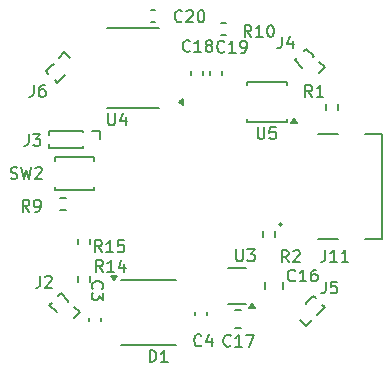
<source format=gbr>
%TF.GenerationSoftware,KiCad,Pcbnew,8.0.0*%
%TF.CreationDate,2024-05-16T17:25:02+03:00*%
%TF.ProjectId,pressure_sensor_logic,70726573-7375-4726-955f-73656e736f72,rev?*%
%TF.SameCoordinates,Original*%
%TF.FileFunction,Legend,Top*%
%TF.FilePolarity,Positive*%
%FSLAX46Y46*%
G04 Gerber Fmt 4.6, Leading zero omitted, Abs format (unit mm)*
G04 Created by KiCad (PCBNEW 8.0.0) date 2024-05-16 17:25:02*
%MOMM*%
%LPD*%
G01*
G04 APERTURE LIST*
%ADD10C,0.200000*%
G04 APERTURE END LIST*
D10*
X166711905Y-94927219D02*
X166711905Y-93927219D01*
X166711905Y-93927219D02*
X166950000Y-93927219D01*
X166950000Y-93927219D02*
X167092857Y-93974838D01*
X167092857Y-93974838D02*
X167188095Y-94070076D01*
X167188095Y-94070076D02*
X167235714Y-94165314D01*
X167235714Y-94165314D02*
X167283333Y-94355790D01*
X167283333Y-94355790D02*
X167283333Y-94498647D01*
X167283333Y-94498647D02*
X167235714Y-94689123D01*
X167235714Y-94689123D02*
X167188095Y-94784361D01*
X167188095Y-94784361D02*
X167092857Y-94879600D01*
X167092857Y-94879600D02*
X166950000Y-94927219D01*
X166950000Y-94927219D02*
X166711905Y-94927219D01*
X168235714Y-94927219D02*
X167664286Y-94927219D01*
X167950000Y-94927219D02*
X167950000Y-93927219D01*
X167950000Y-93927219D02*
X167854762Y-94070076D01*
X167854762Y-94070076D02*
X167759524Y-94165314D01*
X167759524Y-94165314D02*
X167664286Y-94212933D01*
X173057142Y-68631980D02*
X173009523Y-68679600D01*
X173009523Y-68679600D02*
X172866666Y-68727219D01*
X172866666Y-68727219D02*
X172771428Y-68727219D01*
X172771428Y-68727219D02*
X172628571Y-68679600D01*
X172628571Y-68679600D02*
X172533333Y-68584361D01*
X172533333Y-68584361D02*
X172485714Y-68489123D01*
X172485714Y-68489123D02*
X172438095Y-68298647D01*
X172438095Y-68298647D02*
X172438095Y-68155790D01*
X172438095Y-68155790D02*
X172485714Y-67965314D01*
X172485714Y-67965314D02*
X172533333Y-67870076D01*
X172533333Y-67870076D02*
X172628571Y-67774838D01*
X172628571Y-67774838D02*
X172771428Y-67727219D01*
X172771428Y-67727219D02*
X172866666Y-67727219D01*
X172866666Y-67727219D02*
X173009523Y-67774838D01*
X173009523Y-67774838D02*
X173057142Y-67822457D01*
X174009523Y-68727219D02*
X173438095Y-68727219D01*
X173723809Y-68727219D02*
X173723809Y-67727219D01*
X173723809Y-67727219D02*
X173628571Y-67870076D01*
X173628571Y-67870076D02*
X173533333Y-67965314D01*
X173533333Y-67965314D02*
X173438095Y-68012933D01*
X174485714Y-68727219D02*
X174676190Y-68727219D01*
X174676190Y-68727219D02*
X174771428Y-68679600D01*
X174771428Y-68679600D02*
X174819047Y-68631980D01*
X174819047Y-68631980D02*
X174914285Y-68489123D01*
X174914285Y-68489123D02*
X174961904Y-68298647D01*
X174961904Y-68298647D02*
X174961904Y-67917695D01*
X174961904Y-67917695D02*
X174914285Y-67822457D01*
X174914285Y-67822457D02*
X174866666Y-67774838D01*
X174866666Y-67774838D02*
X174771428Y-67727219D01*
X174771428Y-67727219D02*
X174580952Y-67727219D01*
X174580952Y-67727219D02*
X174485714Y-67774838D01*
X174485714Y-67774838D02*
X174438095Y-67822457D01*
X174438095Y-67822457D02*
X174390476Y-67917695D01*
X174390476Y-67917695D02*
X174390476Y-68155790D01*
X174390476Y-68155790D02*
X174438095Y-68251028D01*
X174438095Y-68251028D02*
X174485714Y-68298647D01*
X174485714Y-68298647D02*
X174580952Y-68346266D01*
X174580952Y-68346266D02*
X174771428Y-68346266D01*
X174771428Y-68346266D02*
X174866666Y-68298647D01*
X174866666Y-68298647D02*
X174914285Y-68251028D01*
X174914285Y-68251028D02*
X174961904Y-68155790D01*
X157441666Y-87627219D02*
X157441666Y-88341504D01*
X157441666Y-88341504D02*
X157394047Y-88484361D01*
X157394047Y-88484361D02*
X157298809Y-88579600D01*
X157298809Y-88579600D02*
X157155952Y-88627219D01*
X157155952Y-88627219D02*
X157060714Y-88627219D01*
X157870238Y-87722457D02*
X157917857Y-87674838D01*
X157917857Y-87674838D02*
X158013095Y-87627219D01*
X158013095Y-87627219D02*
X158251190Y-87627219D01*
X158251190Y-87627219D02*
X158346428Y-87674838D01*
X158346428Y-87674838D02*
X158394047Y-87722457D01*
X158394047Y-87722457D02*
X158441666Y-87817695D01*
X158441666Y-87817695D02*
X158441666Y-87912933D01*
X158441666Y-87912933D02*
X158394047Y-88055790D01*
X158394047Y-88055790D02*
X157822619Y-88627219D01*
X157822619Y-88627219D02*
X158441666Y-88627219D01*
X163213095Y-73877219D02*
X163213095Y-74686742D01*
X163213095Y-74686742D02*
X163260714Y-74781980D01*
X163260714Y-74781980D02*
X163308333Y-74829600D01*
X163308333Y-74829600D02*
X163403571Y-74877219D01*
X163403571Y-74877219D02*
X163594047Y-74877219D01*
X163594047Y-74877219D02*
X163689285Y-74829600D01*
X163689285Y-74829600D02*
X163736904Y-74781980D01*
X163736904Y-74781980D02*
X163784523Y-74686742D01*
X163784523Y-74686742D02*
X163784523Y-73877219D01*
X164689285Y-74210552D02*
X164689285Y-74877219D01*
X164451190Y-73829600D02*
X164213095Y-74543885D01*
X164213095Y-74543885D02*
X164832142Y-74543885D01*
X173582142Y-93531980D02*
X173534523Y-93579600D01*
X173534523Y-93579600D02*
X173391666Y-93627219D01*
X173391666Y-93627219D02*
X173296428Y-93627219D01*
X173296428Y-93627219D02*
X173153571Y-93579600D01*
X173153571Y-93579600D02*
X173058333Y-93484361D01*
X173058333Y-93484361D02*
X173010714Y-93389123D01*
X173010714Y-93389123D02*
X172963095Y-93198647D01*
X172963095Y-93198647D02*
X172963095Y-93055790D01*
X172963095Y-93055790D02*
X173010714Y-92865314D01*
X173010714Y-92865314D02*
X173058333Y-92770076D01*
X173058333Y-92770076D02*
X173153571Y-92674838D01*
X173153571Y-92674838D02*
X173296428Y-92627219D01*
X173296428Y-92627219D02*
X173391666Y-92627219D01*
X173391666Y-92627219D02*
X173534523Y-92674838D01*
X173534523Y-92674838D02*
X173582142Y-92722457D01*
X174534523Y-93627219D02*
X173963095Y-93627219D01*
X174248809Y-93627219D02*
X174248809Y-92627219D01*
X174248809Y-92627219D02*
X174153571Y-92770076D01*
X174153571Y-92770076D02*
X174058333Y-92865314D01*
X174058333Y-92865314D02*
X173963095Y-92912933D01*
X174867857Y-92627219D02*
X175534523Y-92627219D01*
X175534523Y-92627219D02*
X175105952Y-93627219D01*
X174038095Y-85402219D02*
X174038095Y-86211742D01*
X174038095Y-86211742D02*
X174085714Y-86306980D01*
X174085714Y-86306980D02*
X174133333Y-86354600D01*
X174133333Y-86354600D02*
X174228571Y-86402219D01*
X174228571Y-86402219D02*
X174419047Y-86402219D01*
X174419047Y-86402219D02*
X174514285Y-86354600D01*
X174514285Y-86354600D02*
X174561904Y-86306980D01*
X174561904Y-86306980D02*
X174609523Y-86211742D01*
X174609523Y-86211742D02*
X174609523Y-85402219D01*
X174990476Y-85402219D02*
X175609523Y-85402219D01*
X175609523Y-85402219D02*
X175276190Y-85783171D01*
X175276190Y-85783171D02*
X175419047Y-85783171D01*
X175419047Y-85783171D02*
X175514285Y-85830790D01*
X175514285Y-85830790D02*
X175561904Y-85878409D01*
X175561904Y-85878409D02*
X175609523Y-85973647D01*
X175609523Y-85973647D02*
X175609523Y-86211742D01*
X175609523Y-86211742D02*
X175561904Y-86306980D01*
X175561904Y-86306980D02*
X175514285Y-86354600D01*
X175514285Y-86354600D02*
X175419047Y-86402219D01*
X175419047Y-86402219D02*
X175133333Y-86402219D01*
X175133333Y-86402219D02*
X175038095Y-86354600D01*
X175038095Y-86354600D02*
X174990476Y-86306980D01*
X177916666Y-67377218D02*
X177916666Y-68091503D01*
X177916666Y-68091503D02*
X177869047Y-68234360D01*
X177869047Y-68234360D02*
X177773809Y-68329599D01*
X177773809Y-68329599D02*
X177630952Y-68377218D01*
X177630952Y-68377218D02*
X177535714Y-68377218D01*
X178821428Y-67710551D02*
X178821428Y-68377218D01*
X178583333Y-67329599D02*
X178345238Y-68043884D01*
X178345238Y-68043884D02*
X178964285Y-68043884D01*
X171108333Y-93506980D02*
X171060714Y-93554600D01*
X171060714Y-93554600D02*
X170917857Y-93602219D01*
X170917857Y-93602219D02*
X170822619Y-93602219D01*
X170822619Y-93602219D02*
X170679762Y-93554600D01*
X170679762Y-93554600D02*
X170584524Y-93459361D01*
X170584524Y-93459361D02*
X170536905Y-93364123D01*
X170536905Y-93364123D02*
X170489286Y-93173647D01*
X170489286Y-93173647D02*
X170489286Y-93030790D01*
X170489286Y-93030790D02*
X170536905Y-92840314D01*
X170536905Y-92840314D02*
X170584524Y-92745076D01*
X170584524Y-92745076D02*
X170679762Y-92649838D01*
X170679762Y-92649838D02*
X170822619Y-92602219D01*
X170822619Y-92602219D02*
X170917857Y-92602219D01*
X170917857Y-92602219D02*
X171060714Y-92649838D01*
X171060714Y-92649838D02*
X171108333Y-92697457D01*
X171965476Y-92935552D02*
X171965476Y-93602219D01*
X171727381Y-92554600D02*
X171489286Y-93268885D01*
X171489286Y-93268885D02*
X172108333Y-93268885D01*
X156466666Y-75627219D02*
X156466666Y-76341504D01*
X156466666Y-76341504D02*
X156419047Y-76484361D01*
X156419047Y-76484361D02*
X156323809Y-76579600D01*
X156323809Y-76579600D02*
X156180952Y-76627219D01*
X156180952Y-76627219D02*
X156085714Y-76627219D01*
X156847619Y-75627219D02*
X157466666Y-75627219D01*
X157466666Y-75627219D02*
X157133333Y-76008171D01*
X157133333Y-76008171D02*
X157276190Y-76008171D01*
X157276190Y-76008171D02*
X157371428Y-76055790D01*
X157371428Y-76055790D02*
X157419047Y-76103409D01*
X157419047Y-76103409D02*
X157466666Y-76198647D01*
X157466666Y-76198647D02*
X157466666Y-76436742D01*
X157466666Y-76436742D02*
X157419047Y-76531980D01*
X157419047Y-76531980D02*
X157371428Y-76579600D01*
X157371428Y-76579600D02*
X157276190Y-76627219D01*
X157276190Y-76627219D02*
X156990476Y-76627219D01*
X156990476Y-76627219D02*
X156895238Y-76579600D01*
X156895238Y-76579600D02*
X156847619Y-76531980D01*
X179032142Y-88006980D02*
X178984523Y-88054600D01*
X178984523Y-88054600D02*
X178841666Y-88102219D01*
X178841666Y-88102219D02*
X178746428Y-88102219D01*
X178746428Y-88102219D02*
X178603571Y-88054600D01*
X178603571Y-88054600D02*
X178508333Y-87959361D01*
X178508333Y-87959361D02*
X178460714Y-87864123D01*
X178460714Y-87864123D02*
X178413095Y-87673647D01*
X178413095Y-87673647D02*
X178413095Y-87530790D01*
X178413095Y-87530790D02*
X178460714Y-87340314D01*
X178460714Y-87340314D02*
X178508333Y-87245076D01*
X178508333Y-87245076D02*
X178603571Y-87149838D01*
X178603571Y-87149838D02*
X178746428Y-87102219D01*
X178746428Y-87102219D02*
X178841666Y-87102219D01*
X178841666Y-87102219D02*
X178984523Y-87149838D01*
X178984523Y-87149838D02*
X179032142Y-87197457D01*
X179984523Y-88102219D02*
X179413095Y-88102219D01*
X179698809Y-88102219D02*
X179698809Y-87102219D01*
X179698809Y-87102219D02*
X179603571Y-87245076D01*
X179603571Y-87245076D02*
X179508333Y-87340314D01*
X179508333Y-87340314D02*
X179413095Y-87387933D01*
X180841666Y-87102219D02*
X180651190Y-87102219D01*
X180651190Y-87102219D02*
X180555952Y-87149838D01*
X180555952Y-87149838D02*
X180508333Y-87197457D01*
X180508333Y-87197457D02*
X180413095Y-87340314D01*
X180413095Y-87340314D02*
X180365476Y-87530790D01*
X180365476Y-87530790D02*
X180365476Y-87911742D01*
X180365476Y-87911742D02*
X180413095Y-88006980D01*
X180413095Y-88006980D02*
X180460714Y-88054600D01*
X180460714Y-88054600D02*
X180555952Y-88102219D01*
X180555952Y-88102219D02*
X180746428Y-88102219D01*
X180746428Y-88102219D02*
X180841666Y-88054600D01*
X180841666Y-88054600D02*
X180889285Y-88006980D01*
X180889285Y-88006980D02*
X180936904Y-87911742D01*
X180936904Y-87911742D02*
X180936904Y-87673647D01*
X180936904Y-87673647D02*
X180889285Y-87578409D01*
X180889285Y-87578409D02*
X180841666Y-87530790D01*
X180841666Y-87530790D02*
X180746428Y-87483171D01*
X180746428Y-87483171D02*
X180555952Y-87483171D01*
X180555952Y-87483171D02*
X180460714Y-87530790D01*
X180460714Y-87530790D02*
X180413095Y-87578409D01*
X180413095Y-87578409D02*
X180365476Y-87673647D01*
X162757142Y-87302219D02*
X162423809Y-86826028D01*
X162185714Y-87302219D02*
X162185714Y-86302219D01*
X162185714Y-86302219D02*
X162566666Y-86302219D01*
X162566666Y-86302219D02*
X162661904Y-86349838D01*
X162661904Y-86349838D02*
X162709523Y-86397457D01*
X162709523Y-86397457D02*
X162757142Y-86492695D01*
X162757142Y-86492695D02*
X162757142Y-86635552D01*
X162757142Y-86635552D02*
X162709523Y-86730790D01*
X162709523Y-86730790D02*
X162661904Y-86778409D01*
X162661904Y-86778409D02*
X162566666Y-86826028D01*
X162566666Y-86826028D02*
X162185714Y-86826028D01*
X163709523Y-87302219D02*
X163138095Y-87302219D01*
X163423809Y-87302219D02*
X163423809Y-86302219D01*
X163423809Y-86302219D02*
X163328571Y-86445076D01*
X163328571Y-86445076D02*
X163233333Y-86540314D01*
X163233333Y-86540314D02*
X163138095Y-86587933D01*
X164566666Y-86635552D02*
X164566666Y-87302219D01*
X164328571Y-86254600D02*
X164090476Y-86968885D01*
X164090476Y-86968885D02*
X164709523Y-86968885D01*
X156533333Y-82202219D02*
X156200000Y-81726028D01*
X155961905Y-82202219D02*
X155961905Y-81202219D01*
X155961905Y-81202219D02*
X156342857Y-81202219D01*
X156342857Y-81202219D02*
X156438095Y-81249838D01*
X156438095Y-81249838D02*
X156485714Y-81297457D01*
X156485714Y-81297457D02*
X156533333Y-81392695D01*
X156533333Y-81392695D02*
X156533333Y-81535552D01*
X156533333Y-81535552D02*
X156485714Y-81630790D01*
X156485714Y-81630790D02*
X156438095Y-81678409D01*
X156438095Y-81678409D02*
X156342857Y-81726028D01*
X156342857Y-81726028D02*
X155961905Y-81726028D01*
X157009524Y-82202219D02*
X157200000Y-82202219D01*
X157200000Y-82202219D02*
X157295238Y-82154600D01*
X157295238Y-82154600D02*
X157342857Y-82106980D01*
X157342857Y-82106980D02*
X157438095Y-81964123D01*
X157438095Y-81964123D02*
X157485714Y-81773647D01*
X157485714Y-81773647D02*
X157485714Y-81392695D01*
X157485714Y-81392695D02*
X157438095Y-81297457D01*
X157438095Y-81297457D02*
X157390476Y-81249838D01*
X157390476Y-81249838D02*
X157295238Y-81202219D01*
X157295238Y-81202219D02*
X157104762Y-81202219D01*
X157104762Y-81202219D02*
X157009524Y-81249838D01*
X157009524Y-81249838D02*
X156961905Y-81297457D01*
X156961905Y-81297457D02*
X156914286Y-81392695D01*
X156914286Y-81392695D02*
X156914286Y-81630790D01*
X156914286Y-81630790D02*
X156961905Y-81726028D01*
X156961905Y-81726028D02*
X157009524Y-81773647D01*
X157009524Y-81773647D02*
X157104762Y-81821266D01*
X157104762Y-81821266D02*
X157295238Y-81821266D01*
X157295238Y-81821266D02*
X157390476Y-81773647D01*
X157390476Y-81773647D02*
X157438095Y-81726028D01*
X157438095Y-81726028D02*
X157485714Y-81630790D01*
X161893019Y-88733333D02*
X161845400Y-88685714D01*
X161845400Y-88685714D02*
X161797780Y-88542857D01*
X161797780Y-88542857D02*
X161797780Y-88447619D01*
X161797780Y-88447619D02*
X161845400Y-88304762D01*
X161845400Y-88304762D02*
X161940638Y-88209524D01*
X161940638Y-88209524D02*
X162035876Y-88161905D01*
X162035876Y-88161905D02*
X162226352Y-88114286D01*
X162226352Y-88114286D02*
X162369209Y-88114286D01*
X162369209Y-88114286D02*
X162559685Y-88161905D01*
X162559685Y-88161905D02*
X162654923Y-88209524D01*
X162654923Y-88209524D02*
X162750161Y-88304762D01*
X162750161Y-88304762D02*
X162797780Y-88447619D01*
X162797780Y-88447619D02*
X162797780Y-88542857D01*
X162797780Y-88542857D02*
X162750161Y-88685714D01*
X162750161Y-88685714D02*
X162702542Y-88733333D01*
X162797780Y-89066667D02*
X162797780Y-89685714D01*
X162797780Y-89685714D02*
X162416828Y-89352381D01*
X162416828Y-89352381D02*
X162416828Y-89495238D01*
X162416828Y-89495238D02*
X162369209Y-89590476D01*
X162369209Y-89590476D02*
X162321590Y-89638095D01*
X162321590Y-89638095D02*
X162226352Y-89685714D01*
X162226352Y-89685714D02*
X161988257Y-89685714D01*
X161988257Y-89685714D02*
X161893019Y-89638095D01*
X161893019Y-89638095D02*
X161845400Y-89590476D01*
X161845400Y-89590476D02*
X161797780Y-89495238D01*
X161797780Y-89495238D02*
X161797780Y-89209524D01*
X161797780Y-89209524D02*
X161845400Y-89114286D01*
X161845400Y-89114286D02*
X161893019Y-89066667D01*
X180483333Y-72477219D02*
X180150000Y-72001028D01*
X179911905Y-72477219D02*
X179911905Y-71477219D01*
X179911905Y-71477219D02*
X180292857Y-71477219D01*
X180292857Y-71477219D02*
X180388095Y-71524838D01*
X180388095Y-71524838D02*
X180435714Y-71572457D01*
X180435714Y-71572457D02*
X180483333Y-71667695D01*
X180483333Y-71667695D02*
X180483333Y-71810552D01*
X180483333Y-71810552D02*
X180435714Y-71905790D01*
X180435714Y-71905790D02*
X180388095Y-71953409D01*
X180388095Y-71953409D02*
X180292857Y-72001028D01*
X180292857Y-72001028D02*
X179911905Y-72001028D01*
X181435714Y-72477219D02*
X180864286Y-72477219D01*
X181150000Y-72477219D02*
X181150000Y-71477219D01*
X181150000Y-71477219D02*
X181054762Y-71620076D01*
X181054762Y-71620076D02*
X180959524Y-71715314D01*
X180959524Y-71715314D02*
X180864286Y-71762933D01*
X175863095Y-75052219D02*
X175863095Y-75861742D01*
X175863095Y-75861742D02*
X175910714Y-75956980D01*
X175910714Y-75956980D02*
X175958333Y-76004600D01*
X175958333Y-76004600D02*
X176053571Y-76052219D01*
X176053571Y-76052219D02*
X176244047Y-76052219D01*
X176244047Y-76052219D02*
X176339285Y-76004600D01*
X176339285Y-76004600D02*
X176386904Y-75956980D01*
X176386904Y-75956980D02*
X176434523Y-75861742D01*
X176434523Y-75861742D02*
X176434523Y-75052219D01*
X177386904Y-75052219D02*
X176910714Y-75052219D01*
X176910714Y-75052219D02*
X176863095Y-75528409D01*
X176863095Y-75528409D02*
X176910714Y-75480790D01*
X176910714Y-75480790D02*
X177005952Y-75433171D01*
X177005952Y-75433171D02*
X177244047Y-75433171D01*
X177244047Y-75433171D02*
X177339285Y-75480790D01*
X177339285Y-75480790D02*
X177386904Y-75528409D01*
X177386904Y-75528409D02*
X177434523Y-75623647D01*
X177434523Y-75623647D02*
X177434523Y-75861742D01*
X177434523Y-75861742D02*
X177386904Y-75956980D01*
X177386904Y-75956980D02*
X177339285Y-76004600D01*
X177339285Y-76004600D02*
X177244047Y-76052219D01*
X177244047Y-76052219D02*
X177005952Y-76052219D01*
X177005952Y-76052219D02*
X176910714Y-76004600D01*
X176910714Y-76004600D02*
X176863095Y-75956980D01*
X154941667Y-79379600D02*
X155084524Y-79427219D01*
X155084524Y-79427219D02*
X155322619Y-79427219D01*
X155322619Y-79427219D02*
X155417857Y-79379600D01*
X155417857Y-79379600D02*
X155465476Y-79331980D01*
X155465476Y-79331980D02*
X155513095Y-79236742D01*
X155513095Y-79236742D02*
X155513095Y-79141504D01*
X155513095Y-79141504D02*
X155465476Y-79046266D01*
X155465476Y-79046266D02*
X155417857Y-78998647D01*
X155417857Y-78998647D02*
X155322619Y-78951028D01*
X155322619Y-78951028D02*
X155132143Y-78903409D01*
X155132143Y-78903409D02*
X155036905Y-78855790D01*
X155036905Y-78855790D02*
X154989286Y-78808171D01*
X154989286Y-78808171D02*
X154941667Y-78712933D01*
X154941667Y-78712933D02*
X154941667Y-78617695D01*
X154941667Y-78617695D02*
X154989286Y-78522457D01*
X154989286Y-78522457D02*
X155036905Y-78474838D01*
X155036905Y-78474838D02*
X155132143Y-78427219D01*
X155132143Y-78427219D02*
X155370238Y-78427219D01*
X155370238Y-78427219D02*
X155513095Y-78474838D01*
X155846429Y-78427219D02*
X156084524Y-79427219D01*
X156084524Y-79427219D02*
X156275000Y-78712933D01*
X156275000Y-78712933D02*
X156465476Y-79427219D01*
X156465476Y-79427219D02*
X156703572Y-78427219D01*
X157036905Y-78522457D02*
X157084524Y-78474838D01*
X157084524Y-78474838D02*
X157179762Y-78427219D01*
X157179762Y-78427219D02*
X157417857Y-78427219D01*
X157417857Y-78427219D02*
X157513095Y-78474838D01*
X157513095Y-78474838D02*
X157560714Y-78522457D01*
X157560714Y-78522457D02*
X157608333Y-78617695D01*
X157608333Y-78617695D02*
X157608333Y-78712933D01*
X157608333Y-78712933D02*
X157560714Y-78855790D01*
X157560714Y-78855790D02*
X156989286Y-79427219D01*
X156989286Y-79427219D02*
X157608333Y-79427219D01*
X162682142Y-85627219D02*
X162348809Y-85151028D01*
X162110714Y-85627219D02*
X162110714Y-84627219D01*
X162110714Y-84627219D02*
X162491666Y-84627219D01*
X162491666Y-84627219D02*
X162586904Y-84674838D01*
X162586904Y-84674838D02*
X162634523Y-84722457D01*
X162634523Y-84722457D02*
X162682142Y-84817695D01*
X162682142Y-84817695D02*
X162682142Y-84960552D01*
X162682142Y-84960552D02*
X162634523Y-85055790D01*
X162634523Y-85055790D02*
X162586904Y-85103409D01*
X162586904Y-85103409D02*
X162491666Y-85151028D01*
X162491666Y-85151028D02*
X162110714Y-85151028D01*
X163634523Y-85627219D02*
X163063095Y-85627219D01*
X163348809Y-85627219D02*
X163348809Y-84627219D01*
X163348809Y-84627219D02*
X163253571Y-84770076D01*
X163253571Y-84770076D02*
X163158333Y-84865314D01*
X163158333Y-84865314D02*
X163063095Y-84912933D01*
X164539285Y-84627219D02*
X164063095Y-84627219D01*
X164063095Y-84627219D02*
X164015476Y-85103409D01*
X164015476Y-85103409D02*
X164063095Y-85055790D01*
X164063095Y-85055790D02*
X164158333Y-85008171D01*
X164158333Y-85008171D02*
X164396428Y-85008171D01*
X164396428Y-85008171D02*
X164491666Y-85055790D01*
X164491666Y-85055790D02*
X164539285Y-85103409D01*
X164539285Y-85103409D02*
X164586904Y-85198647D01*
X164586904Y-85198647D02*
X164586904Y-85436742D01*
X164586904Y-85436742D02*
X164539285Y-85531980D01*
X164539285Y-85531980D02*
X164491666Y-85579600D01*
X164491666Y-85579600D02*
X164396428Y-85627219D01*
X164396428Y-85627219D02*
X164158333Y-85627219D01*
X164158333Y-85627219D02*
X164063095Y-85579600D01*
X164063095Y-85579600D02*
X164015476Y-85531980D01*
X169457142Y-66056980D02*
X169409523Y-66104600D01*
X169409523Y-66104600D02*
X169266666Y-66152219D01*
X169266666Y-66152219D02*
X169171428Y-66152219D01*
X169171428Y-66152219D02*
X169028571Y-66104600D01*
X169028571Y-66104600D02*
X168933333Y-66009361D01*
X168933333Y-66009361D02*
X168885714Y-65914123D01*
X168885714Y-65914123D02*
X168838095Y-65723647D01*
X168838095Y-65723647D02*
X168838095Y-65580790D01*
X168838095Y-65580790D02*
X168885714Y-65390314D01*
X168885714Y-65390314D02*
X168933333Y-65295076D01*
X168933333Y-65295076D02*
X169028571Y-65199838D01*
X169028571Y-65199838D02*
X169171428Y-65152219D01*
X169171428Y-65152219D02*
X169266666Y-65152219D01*
X169266666Y-65152219D02*
X169409523Y-65199838D01*
X169409523Y-65199838D02*
X169457142Y-65247457D01*
X169838095Y-65247457D02*
X169885714Y-65199838D01*
X169885714Y-65199838D02*
X169980952Y-65152219D01*
X169980952Y-65152219D02*
X170219047Y-65152219D01*
X170219047Y-65152219D02*
X170314285Y-65199838D01*
X170314285Y-65199838D02*
X170361904Y-65247457D01*
X170361904Y-65247457D02*
X170409523Y-65342695D01*
X170409523Y-65342695D02*
X170409523Y-65437933D01*
X170409523Y-65437933D02*
X170361904Y-65580790D01*
X170361904Y-65580790D02*
X169790476Y-66152219D01*
X169790476Y-66152219D02*
X170409523Y-66152219D01*
X171028571Y-65152219D02*
X171123809Y-65152219D01*
X171123809Y-65152219D02*
X171219047Y-65199838D01*
X171219047Y-65199838D02*
X171266666Y-65247457D01*
X171266666Y-65247457D02*
X171314285Y-65342695D01*
X171314285Y-65342695D02*
X171361904Y-65533171D01*
X171361904Y-65533171D02*
X171361904Y-65771266D01*
X171361904Y-65771266D02*
X171314285Y-65961742D01*
X171314285Y-65961742D02*
X171266666Y-66056980D01*
X171266666Y-66056980D02*
X171219047Y-66104600D01*
X171219047Y-66104600D02*
X171123809Y-66152219D01*
X171123809Y-66152219D02*
X171028571Y-66152219D01*
X171028571Y-66152219D02*
X170933333Y-66104600D01*
X170933333Y-66104600D02*
X170885714Y-66056980D01*
X170885714Y-66056980D02*
X170838095Y-65961742D01*
X170838095Y-65961742D02*
X170790476Y-65771266D01*
X170790476Y-65771266D02*
X170790476Y-65533171D01*
X170790476Y-65533171D02*
X170838095Y-65342695D01*
X170838095Y-65342695D02*
X170885714Y-65247457D01*
X170885714Y-65247457D02*
X170933333Y-65199838D01*
X170933333Y-65199838D02*
X171028571Y-65152219D01*
X156916666Y-71477219D02*
X156916666Y-72191504D01*
X156916666Y-72191504D02*
X156869047Y-72334361D01*
X156869047Y-72334361D02*
X156773809Y-72429600D01*
X156773809Y-72429600D02*
X156630952Y-72477219D01*
X156630952Y-72477219D02*
X156535714Y-72477219D01*
X157821428Y-71477219D02*
X157630952Y-71477219D01*
X157630952Y-71477219D02*
X157535714Y-71524838D01*
X157535714Y-71524838D02*
X157488095Y-71572457D01*
X157488095Y-71572457D02*
X157392857Y-71715314D01*
X157392857Y-71715314D02*
X157345238Y-71905790D01*
X157345238Y-71905790D02*
X157345238Y-72286742D01*
X157345238Y-72286742D02*
X157392857Y-72381980D01*
X157392857Y-72381980D02*
X157440476Y-72429600D01*
X157440476Y-72429600D02*
X157535714Y-72477219D01*
X157535714Y-72477219D02*
X157726190Y-72477219D01*
X157726190Y-72477219D02*
X157821428Y-72429600D01*
X157821428Y-72429600D02*
X157869047Y-72381980D01*
X157869047Y-72381980D02*
X157916666Y-72286742D01*
X157916666Y-72286742D02*
X157916666Y-72048647D01*
X157916666Y-72048647D02*
X157869047Y-71953409D01*
X157869047Y-71953409D02*
X157821428Y-71905790D01*
X157821428Y-71905790D02*
X157726190Y-71858171D01*
X157726190Y-71858171D02*
X157535714Y-71858171D01*
X157535714Y-71858171D02*
X157440476Y-71905790D01*
X157440476Y-71905790D02*
X157392857Y-71953409D01*
X157392857Y-71953409D02*
X157345238Y-72048647D01*
X170132142Y-68581980D02*
X170084523Y-68629600D01*
X170084523Y-68629600D02*
X169941666Y-68677219D01*
X169941666Y-68677219D02*
X169846428Y-68677219D01*
X169846428Y-68677219D02*
X169703571Y-68629600D01*
X169703571Y-68629600D02*
X169608333Y-68534361D01*
X169608333Y-68534361D02*
X169560714Y-68439123D01*
X169560714Y-68439123D02*
X169513095Y-68248647D01*
X169513095Y-68248647D02*
X169513095Y-68105790D01*
X169513095Y-68105790D02*
X169560714Y-67915314D01*
X169560714Y-67915314D02*
X169608333Y-67820076D01*
X169608333Y-67820076D02*
X169703571Y-67724838D01*
X169703571Y-67724838D02*
X169846428Y-67677219D01*
X169846428Y-67677219D02*
X169941666Y-67677219D01*
X169941666Y-67677219D02*
X170084523Y-67724838D01*
X170084523Y-67724838D02*
X170132142Y-67772457D01*
X171084523Y-68677219D02*
X170513095Y-68677219D01*
X170798809Y-68677219D02*
X170798809Y-67677219D01*
X170798809Y-67677219D02*
X170703571Y-67820076D01*
X170703571Y-67820076D02*
X170608333Y-67915314D01*
X170608333Y-67915314D02*
X170513095Y-67962933D01*
X171655952Y-68105790D02*
X171560714Y-68058171D01*
X171560714Y-68058171D02*
X171513095Y-68010552D01*
X171513095Y-68010552D02*
X171465476Y-67915314D01*
X171465476Y-67915314D02*
X171465476Y-67867695D01*
X171465476Y-67867695D02*
X171513095Y-67772457D01*
X171513095Y-67772457D02*
X171560714Y-67724838D01*
X171560714Y-67724838D02*
X171655952Y-67677219D01*
X171655952Y-67677219D02*
X171846428Y-67677219D01*
X171846428Y-67677219D02*
X171941666Y-67724838D01*
X171941666Y-67724838D02*
X171989285Y-67772457D01*
X171989285Y-67772457D02*
X172036904Y-67867695D01*
X172036904Y-67867695D02*
X172036904Y-67915314D01*
X172036904Y-67915314D02*
X171989285Y-68010552D01*
X171989285Y-68010552D02*
X171941666Y-68058171D01*
X171941666Y-68058171D02*
X171846428Y-68105790D01*
X171846428Y-68105790D02*
X171655952Y-68105790D01*
X171655952Y-68105790D02*
X171560714Y-68153409D01*
X171560714Y-68153409D02*
X171513095Y-68201028D01*
X171513095Y-68201028D02*
X171465476Y-68296266D01*
X171465476Y-68296266D02*
X171465476Y-68486742D01*
X171465476Y-68486742D02*
X171513095Y-68581980D01*
X171513095Y-68581980D02*
X171560714Y-68629600D01*
X171560714Y-68629600D02*
X171655952Y-68677219D01*
X171655952Y-68677219D02*
X171846428Y-68677219D01*
X171846428Y-68677219D02*
X171941666Y-68629600D01*
X171941666Y-68629600D02*
X171989285Y-68581980D01*
X171989285Y-68581980D02*
X172036904Y-68486742D01*
X172036904Y-68486742D02*
X172036904Y-68296266D01*
X172036904Y-68296266D02*
X171989285Y-68201028D01*
X171989285Y-68201028D02*
X171941666Y-68153409D01*
X171941666Y-68153409D02*
X171846428Y-68105790D01*
X181616666Y-88127219D02*
X181616666Y-88841504D01*
X181616666Y-88841504D02*
X181569047Y-88984361D01*
X181569047Y-88984361D02*
X181473809Y-89079600D01*
X181473809Y-89079600D02*
X181330952Y-89127219D01*
X181330952Y-89127219D02*
X181235714Y-89127219D01*
X182569047Y-88127219D02*
X182092857Y-88127219D01*
X182092857Y-88127219D02*
X182045238Y-88603409D01*
X182045238Y-88603409D02*
X182092857Y-88555790D01*
X182092857Y-88555790D02*
X182188095Y-88508171D01*
X182188095Y-88508171D02*
X182426190Y-88508171D01*
X182426190Y-88508171D02*
X182521428Y-88555790D01*
X182521428Y-88555790D02*
X182569047Y-88603409D01*
X182569047Y-88603409D02*
X182616666Y-88698647D01*
X182616666Y-88698647D02*
X182616666Y-88936742D01*
X182616666Y-88936742D02*
X182569047Y-89031980D01*
X182569047Y-89031980D02*
X182521428Y-89079600D01*
X182521428Y-89079600D02*
X182426190Y-89127219D01*
X182426190Y-89127219D02*
X182188095Y-89127219D01*
X182188095Y-89127219D02*
X182092857Y-89079600D01*
X182092857Y-89079600D02*
X182045238Y-89031980D01*
X181590476Y-85427219D02*
X181590476Y-86141504D01*
X181590476Y-86141504D02*
X181542857Y-86284361D01*
X181542857Y-86284361D02*
X181447619Y-86379600D01*
X181447619Y-86379600D02*
X181304762Y-86427219D01*
X181304762Y-86427219D02*
X181209524Y-86427219D01*
X182590476Y-86427219D02*
X182019048Y-86427219D01*
X182304762Y-86427219D02*
X182304762Y-85427219D01*
X182304762Y-85427219D02*
X182209524Y-85570076D01*
X182209524Y-85570076D02*
X182114286Y-85665314D01*
X182114286Y-85665314D02*
X182019048Y-85712933D01*
X183542857Y-86427219D02*
X182971429Y-86427219D01*
X183257143Y-86427219D02*
X183257143Y-85427219D01*
X183257143Y-85427219D02*
X183161905Y-85570076D01*
X183161905Y-85570076D02*
X183066667Y-85665314D01*
X183066667Y-85665314D02*
X182971429Y-85712933D01*
X178483333Y-86477219D02*
X178150000Y-86001028D01*
X177911905Y-86477219D02*
X177911905Y-85477219D01*
X177911905Y-85477219D02*
X178292857Y-85477219D01*
X178292857Y-85477219D02*
X178388095Y-85524838D01*
X178388095Y-85524838D02*
X178435714Y-85572457D01*
X178435714Y-85572457D02*
X178483333Y-85667695D01*
X178483333Y-85667695D02*
X178483333Y-85810552D01*
X178483333Y-85810552D02*
X178435714Y-85905790D01*
X178435714Y-85905790D02*
X178388095Y-85953409D01*
X178388095Y-85953409D02*
X178292857Y-86001028D01*
X178292857Y-86001028D02*
X177911905Y-86001028D01*
X178864286Y-85572457D02*
X178911905Y-85524838D01*
X178911905Y-85524838D02*
X179007143Y-85477219D01*
X179007143Y-85477219D02*
X179245238Y-85477219D01*
X179245238Y-85477219D02*
X179340476Y-85524838D01*
X179340476Y-85524838D02*
X179388095Y-85572457D01*
X179388095Y-85572457D02*
X179435714Y-85667695D01*
X179435714Y-85667695D02*
X179435714Y-85762933D01*
X179435714Y-85762933D02*
X179388095Y-85905790D01*
X179388095Y-85905790D02*
X178816667Y-86477219D01*
X178816667Y-86477219D02*
X179435714Y-86477219D01*
X175332142Y-67402219D02*
X174998809Y-66926028D01*
X174760714Y-67402219D02*
X174760714Y-66402219D01*
X174760714Y-66402219D02*
X175141666Y-66402219D01*
X175141666Y-66402219D02*
X175236904Y-66449838D01*
X175236904Y-66449838D02*
X175284523Y-66497457D01*
X175284523Y-66497457D02*
X175332142Y-66592695D01*
X175332142Y-66592695D02*
X175332142Y-66735552D01*
X175332142Y-66735552D02*
X175284523Y-66830790D01*
X175284523Y-66830790D02*
X175236904Y-66878409D01*
X175236904Y-66878409D02*
X175141666Y-66926028D01*
X175141666Y-66926028D02*
X174760714Y-66926028D01*
X176284523Y-67402219D02*
X175713095Y-67402219D01*
X175998809Y-67402219D02*
X175998809Y-66402219D01*
X175998809Y-66402219D02*
X175903571Y-66545076D01*
X175903571Y-66545076D02*
X175808333Y-66640314D01*
X175808333Y-66640314D02*
X175713095Y-66687933D01*
X176903571Y-66402219D02*
X176998809Y-66402219D01*
X176998809Y-66402219D02*
X177094047Y-66449838D01*
X177094047Y-66449838D02*
X177141666Y-66497457D01*
X177141666Y-66497457D02*
X177189285Y-66592695D01*
X177189285Y-66592695D02*
X177236904Y-66783171D01*
X177236904Y-66783171D02*
X177236904Y-67021266D01*
X177236904Y-67021266D02*
X177189285Y-67211742D01*
X177189285Y-67211742D02*
X177141666Y-67306980D01*
X177141666Y-67306980D02*
X177094047Y-67354600D01*
X177094047Y-67354600D02*
X176998809Y-67402219D01*
X176998809Y-67402219D02*
X176903571Y-67402219D01*
X176903571Y-67402219D02*
X176808333Y-67354600D01*
X176808333Y-67354600D02*
X176760714Y-67306980D01*
X176760714Y-67306980D02*
X176713095Y-67211742D01*
X176713095Y-67211742D02*
X176665476Y-67021266D01*
X176665476Y-67021266D02*
X176665476Y-66783171D01*
X176665476Y-66783171D02*
X176713095Y-66592695D01*
X176713095Y-66592695D02*
X176760714Y-66497457D01*
X176760714Y-66497457D02*
X176808333Y-66449838D01*
X176808333Y-66449838D02*
X176903571Y-66402219D01*
%TO.C,D1*%
X164275002Y-88000002D02*
X168925000Y-88000004D01*
X164275004Y-93450000D02*
X168925002Y-93450002D01*
X163940002Y-87645003D02*
X163700002Y-87975002D01*
X163460002Y-87645002D01*
X163940002Y-87645003D01*
G36*
X163940002Y-87645003D02*
G01*
X163700002Y-87975002D01*
X163460002Y-87645002D01*
X163940002Y-87645003D01*
G37*
%TO.C,C19*%
X171840001Y-70615580D02*
X171840000Y-70334418D01*
X172860000Y-70615580D02*
X172859999Y-70334418D01*
%TO.C,J2*%
X158442966Y-89900864D02*
X158230475Y-90113352D01*
X158849193Y-90732070D02*
X158230475Y-90113352D01*
X158910513Y-90670749D02*
X158849193Y-90732070D01*
X159213354Y-89130474D02*
X159000862Y-89342965D01*
X159832073Y-89749195D02*
X159213354Y-89130474D01*
X159832073Y-89749195D02*
X159770747Y-89810512D01*
X160316439Y-90233561D02*
X160800807Y-90717930D01*
X160800807Y-90717930D02*
X160309368Y-91209368D01*
%TO.C,U4*%
X165337499Y-73384998D02*
X163137499Y-73384997D01*
X165337499Y-73384998D02*
X167537502Y-73385001D01*
X165337501Y-66615002D02*
X163137498Y-66614999D01*
X165337501Y-66615002D02*
X167537501Y-66615003D01*
X169527500Y-73165000D02*
X169197498Y-72925003D01*
X169527500Y-72685001D01*
X169527500Y-73165000D01*
G36*
X169527500Y-73165000D02*
G01*
X169197498Y-72925003D01*
X169527500Y-72685001D01*
X169527500Y-73165000D01*
G37*
%TO.C,C17*%
X173938747Y-90565006D02*
X174461255Y-90565006D01*
X173938747Y-92034998D02*
X174461255Y-92034998D01*
%TO.C,U3*%
X174112498Y-86940003D02*
X173312498Y-86940003D01*
X174112498Y-86940003D02*
X174912498Y-86940003D01*
X174112498Y-90060003D02*
X173312498Y-90060003D01*
X174112498Y-90060003D02*
X174912498Y-90060003D01*
X175652498Y-90340003D02*
X175172497Y-90340005D01*
X175412499Y-90010000D01*
X175652498Y-90340003D01*
G36*
X175652498Y-90340003D02*
G01*
X175172497Y-90340005D01*
X175412499Y-90010000D01*
X175652498Y-90340003D01*
G37*
%TO.C,J4*%
X179217966Y-69175865D02*
X179005475Y-69388352D01*
X179624193Y-70007070D02*
X179005475Y-69388352D01*
X179685514Y-69945748D02*
X179624193Y-70007070D01*
X179988354Y-68405474D02*
X179775862Y-68617965D01*
X180607073Y-69024195D02*
X179988354Y-68405474D01*
X180607073Y-69024195D02*
X180545748Y-69085514D01*
X181091439Y-69508561D02*
X181575807Y-69992930D01*
X181575807Y-69992930D02*
X181084368Y-70484368D01*
%TO.C,C4*%
X170540001Y-90694295D02*
X170540002Y-90975457D01*
X171560000Y-90694295D02*
X171560001Y-90975457D01*
%TO.C,J3*%
X158240000Y-76469492D02*
X158240001Y-76769999D01*
X158240002Y-75379999D02*
X158240001Y-75680507D01*
X161114999Y-76683279D02*
X161115001Y-76769999D01*
X161115001Y-76769999D02*
X158240001Y-76769999D01*
X161115004Y-75380000D02*
X158240002Y-75379999D01*
X161115004Y-75380000D02*
X161115000Y-75466722D01*
X161800001Y-75380000D02*
X162485001Y-75380001D01*
X162485001Y-75380001D02*
X162485001Y-76075000D01*
%TO.C,C16*%
X176515004Y-88188747D02*
X176515001Y-88711254D01*
X177984999Y-88188748D02*
X177984996Y-88711255D01*
%TO.C,R14*%
X160627501Y-87662742D02*
X160627500Y-88137258D01*
X161672500Y-87662742D02*
X161672499Y-88137258D01*
%TO.C,R9*%
X159137742Y-81052500D02*
X159612258Y-81052500D01*
X159137742Y-82097500D02*
X159612258Y-82097500D01*
%TO.C,C3*%
X161590001Y-91465580D02*
X161590000Y-91184418D01*
X162610000Y-91465580D02*
X162609999Y-91184418D01*
%TO.C,R1*%
X181627500Y-73562258D02*
X181627500Y-73087742D01*
X182672500Y-73562258D02*
X182672500Y-73087742D01*
%TO.C,U5*%
X174975000Y-71225000D02*
X174975003Y-71450000D01*
X174975000Y-74575000D02*
X174975003Y-74349998D01*
X178324997Y-71450002D02*
X178325000Y-71225000D01*
X178325000Y-71225000D02*
X174975000Y-71225000D01*
X178325000Y-74575000D02*
X174975000Y-74575000D01*
X178325000Y-74575000D02*
X178324997Y-74350000D01*
X179177499Y-74679999D02*
X178697500Y-74680000D01*
X178937500Y-74350000D01*
X179177499Y-74679999D01*
G36*
X179177499Y-74679999D02*
G01*
X178697500Y-74680000D01*
X178937500Y-74350000D01*
X179177499Y-74679999D01*
G37*
%TO.C,SW2*%
X158674999Y-80399999D02*
X161974998Y-80400001D01*
X158675000Y-77900000D02*
X158675002Y-77599999D01*
X158675000Y-80100000D02*
X158674999Y-80399999D01*
X158675002Y-77599999D02*
X161975001Y-77600001D01*
X161974998Y-80400001D02*
X161975000Y-80100000D01*
X161975001Y-77600001D02*
X161975000Y-77900000D01*
%TO.C,R15*%
X160652500Y-84962258D02*
X160652501Y-84487742D01*
X161697499Y-84962258D02*
X161697500Y-84487742D01*
%TO.C,C20*%
X167140582Y-65140000D02*
X166859420Y-65140000D01*
X167140582Y-66160000D02*
X166859420Y-66160000D01*
%TO.C,J6*%
X157909028Y-70308091D02*
X158121519Y-70520583D01*
X158527749Y-69689372D02*
X157909028Y-70308091D01*
X158527749Y-69689372D02*
X158589066Y-69750697D01*
X158679419Y-71078479D02*
X158891906Y-71290970D01*
X159012115Y-69205006D02*
X159496484Y-68720638D01*
X159449302Y-70610933D02*
X159510624Y-70672252D01*
X159496484Y-68720638D02*
X159987922Y-69212077D01*
X159510624Y-70672252D02*
X158891906Y-71290970D01*
%TO.C,C18*%
X170190001Y-70615580D02*
X170190000Y-70334418D01*
X171210000Y-70615580D02*
X171209999Y-70334418D01*
%TO.C,J5*%
X179935823Y-89931300D02*
X180554541Y-89312582D01*
X179949963Y-91882914D02*
X179458525Y-91391475D01*
X179997146Y-89992620D02*
X179935823Y-89931300D01*
X180434332Y-91398546D02*
X179949963Y-91882914D01*
X180767028Y-89525073D02*
X180554541Y-89312582D01*
X180918698Y-90914180D02*
X180857379Y-90852856D01*
X180918698Y-90914180D02*
X181537419Y-90295461D01*
X181537419Y-90295461D02*
X181324928Y-90082969D01*
%TO.C,J11*%
X180950000Y-75605000D02*
X182630002Y-75605002D01*
X180950001Y-84545001D02*
X182629999Y-84545000D01*
X186400001Y-75605000D02*
X184970003Y-75605000D01*
X186400001Y-84545000D02*
X184970000Y-84544998D01*
X186400001Y-84545000D02*
X186400001Y-75605000D01*
X177900002Y-83275000D02*
G75*
G02*
X177700000Y-83275000I-100001J0D01*
G01*
X177700000Y-83275000D02*
G75*
G02*
X177900002Y-83275000I100001J0D01*
G01*
%TO.C,R2*%
X176277500Y-83837742D02*
X176277500Y-84312258D01*
X177322500Y-83837742D02*
X177322500Y-84312258D01*
%TO.C,R10*%
X172737742Y-66227500D02*
X173212258Y-66227501D01*
X172737742Y-67272499D02*
X173212258Y-67272500D01*
%TD*%
M02*

</source>
